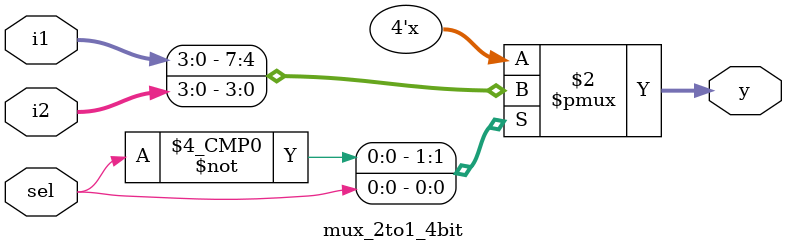
<source format=v>
`timescale 1ns / 1ps
module mux_2to1_4bit(
    input [3:0] i1,i2,
    output reg [3:0] y,
    input sel
    );
    always @(*)
    begin
        case(sel)
            1'b0: y = i1;
            1'b1: y= i2;
            default: y=4'b0000;
        endcase
    end
    
endmodule
</source>
